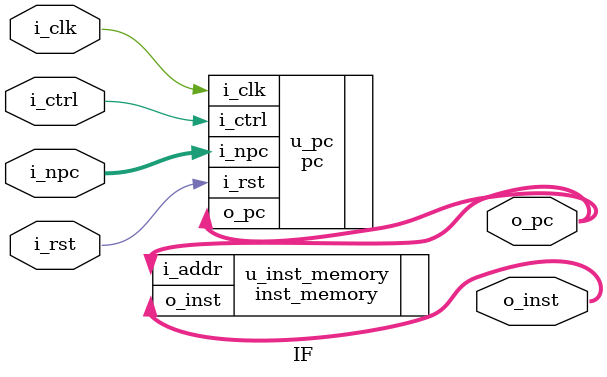
<source format=v>
`timescale 1ns / 1ps


module IF (
    input wire i_clk,
    input wire i_rst,
    input wire i_ctrl,
    input wire [31:0] i_npc,

    output wire [31:0] o_inst,
    output wire [31:0] o_pc
);
  pc u_pc (
      .i_clk (i_clk),
      .i_ctrl(i_ctrl),
      .i_rst (i_rst),
      .i_npc (i_npc),
      .o_pc  (o_pc)
  );

  inst_memory u_inst_memory (
      .i_addr(o_pc),
      .o_inst(o_inst)
  );
endmodule

</source>
